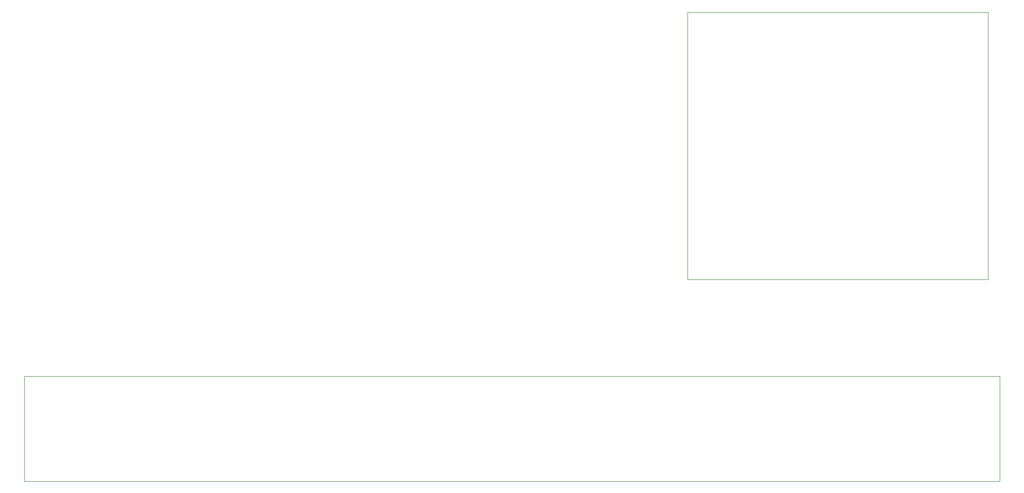
<source format=gbr>
%TF.GenerationSoftware,KiCad,Pcbnew,8.0.7*%
%TF.CreationDate,2025-02-10T21:08:13+01:00*%
%TF.ProjectId,stib_display,73746962-5f64-4697-9370-6c61792e6b69,2*%
%TF.SameCoordinates,Original*%
%TF.FileFunction,Profile,NP*%
%FSLAX46Y46*%
G04 Gerber Fmt 4.6, Leading zero omitted, Abs format (unit mm)*
G04 Created by KiCad (PCBNEW 8.0.7) date 2025-02-10 21:08:13*
%MOMM*%
%LPD*%
G01*
G04 APERTURE LIST*
%TA.AperFunction,Profile*%
%ADD10C,0.050000*%
%TD*%
G04 APERTURE END LIST*
D10*
X213000000Y-22500000D02*
X267500000Y-22500000D01*
X267500000Y-71000000D01*
X213000000Y-71000000D01*
X213000000Y-22500000D01*
X92932500Y-88500000D02*
X269567500Y-88500000D01*
X269567500Y-107500000D01*
X92932500Y-107500000D01*
X92932500Y-88500000D01*
M02*

</source>
